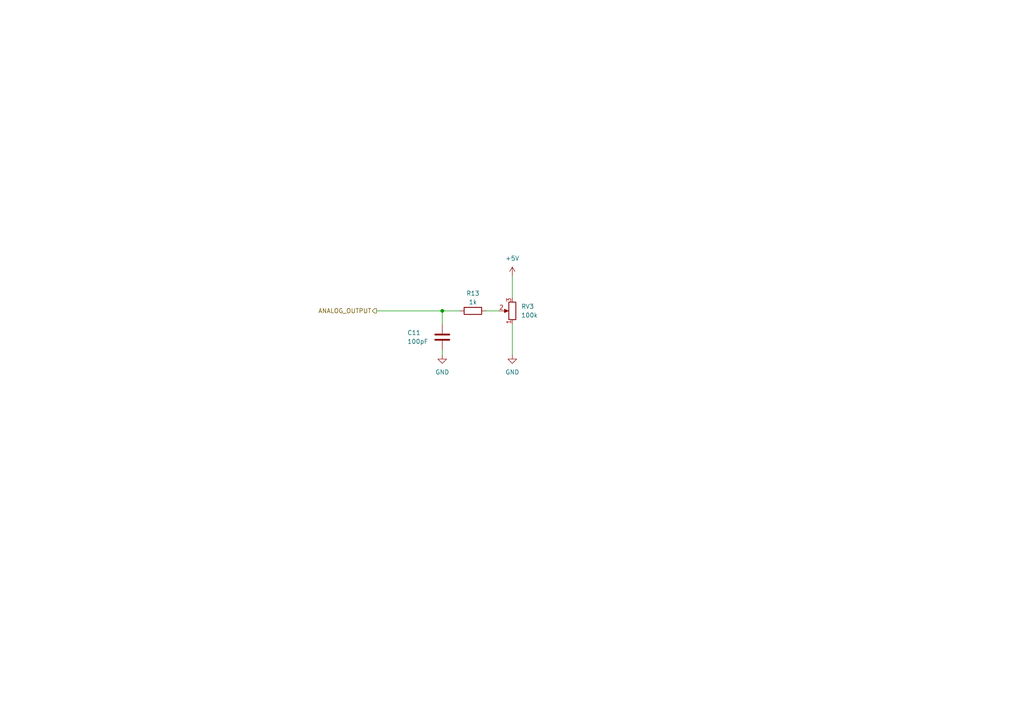
<source format=kicad_sch>
(kicad_sch (version 20230121) (generator eeschema)
  (paper "A4")
  (lib_symbols
    (symbol "Device:C" (pin_numbers hide) (pin_names (offset 0.254))
      (property "Reference" "C" (at 0.635 2.54 0))
      (property "Value" "C" (at 0.635 -2.54 0))
      (symbol "C_0_1"
        (polyline (pts (xy -2.032 -0.762) (xy 2.032 -0.762)) (stroke (width 0.508)))
        (polyline (pts (xy -2.032 0.762) (xy 2.032 0.762)) (stroke (width 0.508)))
      )
      (symbol "C_1_1"
        (pin passive line (at 0 3.81 270) (length 2.794) (name "~") (number "1"))
        (pin passive line (at 0 -3.81 90) (length 2.794) (name "~") (number "2"))
      )
    )
    (symbol "Device:R" (pin_numbers hide) (pin_names (offset 0))
      (property "Reference" "R" (at 2.032 0 90))
      (property "Value" "R" (at 0 0 90))
      (symbol "R_0_1"
        (rectangle (start -1.016 -2.54) (end 1.016 2.54) (stroke (width 0.254)))
      )
      (symbol "R_1_1"
        (pin passive line (at 0 3.81 270) (length 1.27) (name "~") (number "1"))
        (pin passive line (at 0 -3.81 90) (length 1.27) (name "~") (number "2"))
      )
    )
    (symbol "Device:R_Potentiometer" (pin_names (offset 1.016) hide)
      (property "Reference" "RV" (at -4.445 0 90))
      (property "Value" "R_Potentiometer" (at -2.54 0 90))
      (symbol "R_Potentiometer_0_1"
        (polyline (pts (xy 2.54 0) (xy 1.524 0)))
        (polyline (pts (xy 1.143 0) (xy 2.286 0.508) (xy 2.286 -0.508) (xy 1.143 0)) (fill (type outline)))
        (rectangle (start 1.016 2.54) (end -1.016 -2.54) (stroke (width 0.254)))
      )
      (symbol "R_Potentiometer_1_1"
        (pin passive line (at 0 3.81 270) (length 1.27) (name "1") (number "1"))
        (pin passive line (at 3.81 0 180) (length 1.27) (name "2") (number "2"))
        (pin passive line (at 0 -3.81 90) (length 1.27) (name "3") (number "3"))
      )
    )
    (symbol "PCM_4ms_Power-symbol:GND" (power) (pin_names (offset 0))
      (property "Value" "GND" (at 0 -3.81 0))
      (symbol "GND_0_1"
        (polyline (pts (xy 0 0) (xy 0 -1.27) (xy 1.27 -1.27) (xy 0 -2.54) (xy -1.27 -1.27) (xy 0 -1.27)))
      )
      (symbol "GND_1_1"
        (pin power_in line (at 0 0 270) (length 0) hide (name "GND") (number "1"))
      )
    )
    (symbol "power:+5V" (power) (pin_names (offset 0))
      (property "Value" "+5V" (at 0 3.556 0))
      (symbol "+5V_0_1"
        (polyline (pts (xy -0.762 1.27) (xy 0 2.54)))
        (polyline (pts (xy 0 0) (xy 0 2.54)))
        (polyline (pts (xy 0 2.54) (xy 0.762 1.27)))
      )
      (symbol "+5V_1_1"
        (pin power_in line (at 0 0 90) (length 0) hide (name "+5V") (number "1"))
      )
    )
  )
  (junction (at 128.27 90.17))
  (wire (pts (xy 128.27 90.17) (xy 133.35 90.17)))
  (wire (pts (xy 148.59 102.87) (xy 148.59 93.98)))
  (wire (pts (xy 148.59 80.01) (xy 148.59 86.36)))
  (wire (pts (xy 109.22 90.17) (xy 128.27 90.17)))
  (wire (pts (xy 128.27 101.6) (xy 128.27 102.87)))
  (wire (pts (xy 128.27 93.98) (xy 128.27 90.17)))
  (wire (pts (xy 140.97 90.17) (xy 144.78 90.17)))
  (hierarchical_label "ANALOG_OUTPUT" (shape output) (at 109.22 90.17 180))
  (symbol (lib_id "Device:R_Potentiometer") (at 148.59 90.17 180) (unit 1)
    (property "Reference" "RV3" (at 151.13 88.9 0) (effects (justify right)))
    (property "Value" "100k" (at 151.13 91.44 0) (effects (justify right)))
    (property "Footprint" "Potentiometer_THT:Potentiometer_Alpha_RD901F-40-00D_Single_Vertical_CircularHoles" (effects hide))
  )
  (symbol (lib_id "PCM_4ms_Power-symbol:GND") (at 128.27 102.87 0) (unit 1)
    (property "Reference" "#PWR021" (effects hide))
    (property "Value" "GND" (at 128.27 107.95 0))
  )
  (symbol (lib_id "Device:R") (at 137.16 90.17 90) (unit 1)
    (property "Reference" "R13" (at 137.16 85.09 90))
    (property "Value" "1k" (at 137.16 87.63 90))
    (property "Footprint" "Resistor_THT:R_Axial_DIN0204_L3.6mm_D1.6mm_P2.54mm_Vertical" (effects hide))
  )
  (symbol (lib_id "PCM_4ms_Power-symbol:GND") (at 148.59 102.87 0) (unit 1)
    (property "Reference" "#PWR027" (effects hide))
    (property "Value" "GND" (at 148.59 107.95 0))
  )
  (symbol (lib_id "power:+5V") (at 148.59 80.01 0) (unit 1)
    (property "Reference" "#PWR026" (effects hide))
    (property "Value" "+5V" (at 148.59 74.93 0))
  )
  (symbol (lib_id "Device:C") (at 128.27 97.79 0) (unit 1)
    (property "Reference" "C11" (at 118.11 96.52 0) (effects (justify left)))
    (property "Value" "100pF" (at 118.11 99.06 0) (effects (justify left)))
    (property "Footprint" "Capacitor_THT:C_Disc_D3.0mm_W1.6mm_P2.50mm" (effects hide))
  )
)
</source>
